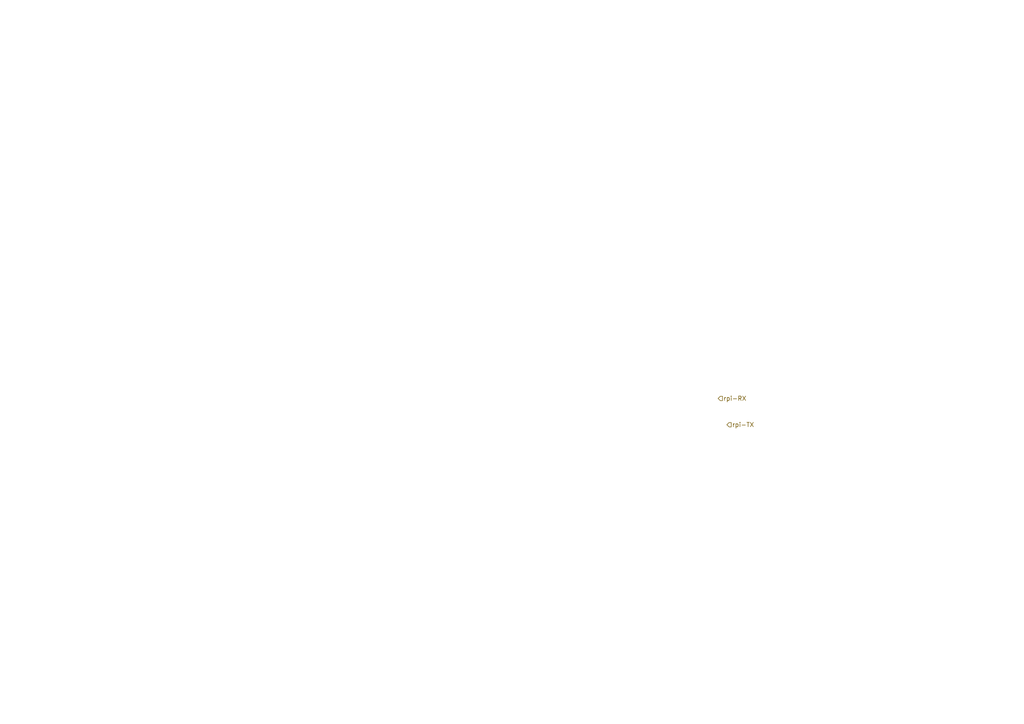
<source format=kicad_sch>
(kicad_sch (version 20230121) (generator eeschema)
  (paper "A4")
  (lib_symbols)
  (hierarchical_label "rpi-TX" (shape input) (at 210.82 123.19 0))
  (hierarchical_label "rpi-RX" (shape input) (at 208.28 115.57 0))
)
</source>
